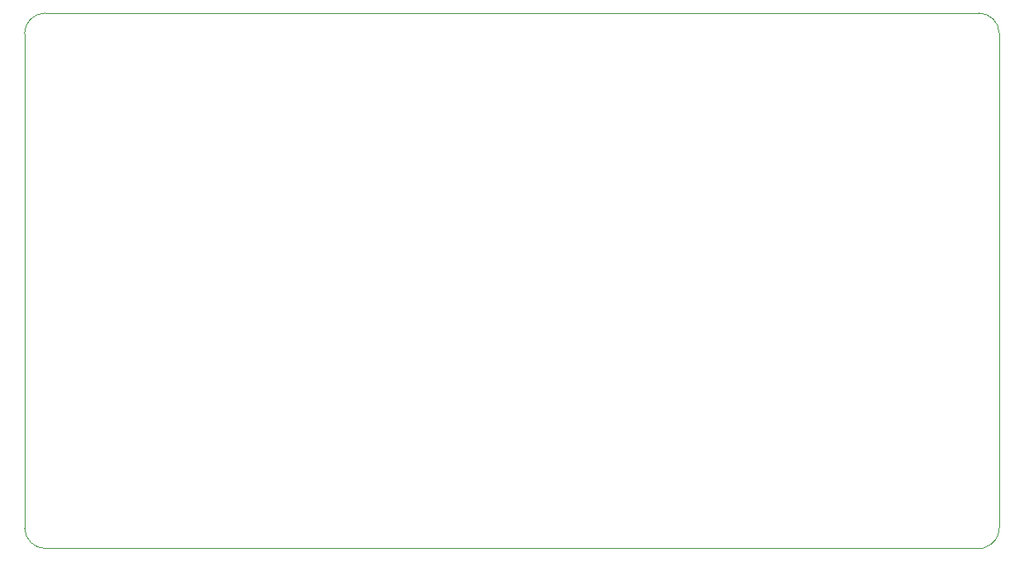
<source format=gbr>
G04 Layer_Color=0*
%FSLAX44Y44*%
%MOMM*%
%TF.FileFunction,Profile,NP*%
%TF.Part,Single*%
G01*
G75*
%TA.AperFunction,Profile*%
%ADD82C,0.0254*%
D82*
X251764Y271817D02*
G02*
X251496Y272500I736J683D01*
G01*
Y780473D01*
D02*
G02*
X251495Y780508I1003J43D01*
G01*
X251495D01*
D02*
G02*
X272144Y801687I21003J178D01*
G01*
D02*
G02*
X272503Y801754I359J-937D01*
G01*
X1230474D01*
D02*
G02*
X1230508Y801755I43J-1003D01*
G01*
Y801755D01*
D02*
G02*
X1251688Y781096I178J-21003D01*
G01*
D02*
G02*
X1251750Y780747I-941J-349D01*
G01*
Y273121D01*
D02*
G02*
X1251758Y273008I-996J-121D01*
G01*
X1251757Y273008D01*
D02*
G02*
X1251758Y272830I-21003J-178D01*
G01*
D02*
G02*
X1235974Y252485I-21004J0D01*
G01*
D02*
G02*
X1235006Y251746I-968J265D01*
G01*
X273442D01*
D02*
G02*
X273040Y251658I-410J916D01*
G01*
D02*
G02*
X251764Y271817I-179J21118D01*
G01*
%TF.MD5,81e32bb111dd9b7b8df12135e8259a46*%
M02*

</source>
